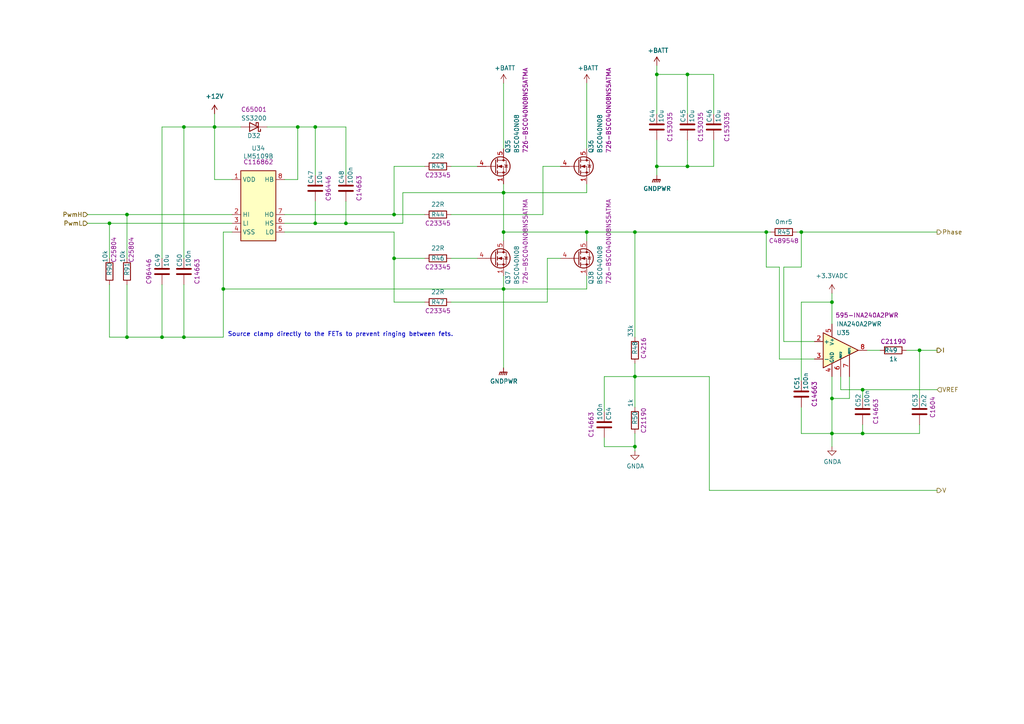
<source format=kicad_sch>
(kicad_sch (version 20211123) (generator eeschema)
  (paper "A4")
  (title_block (title "(BCC) Battery Case Controller") (date "2022-12-06") (rev "1") (company "UNIMOC universal motor controller"))
  (lib_symbols
    (symbol "Amplifier_Current:INA240A2PW" (pin_names (offset 0.127))
      (property "Reference" "U" (at 3.81 3.81 0))
      (property "Value" "INA240A2PW" (at 3.81 -2.54 0))
      (symbol "INA240A2PW_0_1"
        (polyline (pts (xy 5.08 0) (xy -5.08 5.08) (xy -5.08 -5.08) (xy 5.08 0)) (stroke (width 0.254)) (fill (type background)))
      )
      (symbol "INA240A2PW_1_1"
        (pin passive line (at -2.54 -7.62 90) (length 3.81) hide (name "GND") (number "1"))
        (pin input line (at -7.62 2.54 0) (length 2.54) (name "+") (number "2"))
        (pin input line (at -7.62 -2.54 0) (length 2.54) (name "-") (number "3"))
        (pin power_in line (at -2.54 -7.62 90) (length 3.81) (name "GND") (number "4"))
        (pin power_in line (at -2.54 7.62 270) (length 3.81) (name "V+") (number "5"))
        (pin passive line (at 0 -7.62 90) (length 5.08) (name "REF2") (number "6"))
        (pin passive line (at 2.54 -7.62 90) (length 6.35) (name "REF1") (number "7"))
        (pin output line (at 7.62 0 180) (length 2.54) (name "~") (number "8"))
      )
    )
    (symbol "Device:C" (pin_numbers hide) (pin_names (offset 0.254))
      (property "Reference" "C" (at 0.635 2.54 0))
      (property "Value" "C" (at 0.635 -2.54 0))
      (symbol "C_0_1"
        (polyline (pts (xy -2.032 -0.762) (xy 2.032 -0.762)) (stroke (width 0.508)))
        (polyline (pts (xy -2.032 0.762) (xy 2.032 0.762)) (stroke (width 0.508)))
      )
      (symbol "C_1_1"
        (pin passive line (at 0 3.81 270) (length 2.794) (name "~") (number "1"))
        (pin passive line (at 0 -3.81 90) (length 2.794) (name "~") (number "2"))
      )
    )
    (symbol "Device:D_Schottky" (pin_numbers hide) (pin_names (offset 1.016) hide)
      (property "Reference" "D" (at 0 2.54 0))
      (property "Value" "D_Schottky" (at 0 -2.54 0))
      (symbol "D_Schottky_0_1"
        (polyline (pts (xy 1.27 0) (xy -1.27 0)))
        (polyline (pts (xy 1.27 1.27) (xy 1.27 -1.27) (xy -1.27 0) (xy 1.27 1.27)) (stroke (width 0.254)))
        (polyline (pts (xy -1.905 0.635) (xy -1.905 1.27) (xy -1.27 1.27) (xy -1.27 -1.27) (xy -0.635 -1.27) (xy -0.635 -0.635)) (stroke (width 0.254)))
      )
      (symbol "D_Schottky_1_1"
        (pin passive line (at -3.81 0 0) (length 2.54) (name "K") (number "1"))
        (pin passive line (at 3.81 0 180) (length 2.54) (name "A") (number "2"))
      )
    )
    (symbol "Device:R" (pin_numbers hide) (pin_names (offset 0))
      (property "Reference" "R" (at 2.032 0 90))
      (property "Value" "R" (at 0 0 90))
      (symbol "R_0_1"
        (rectangle (start -1.016 -2.54) (end 1.016 2.54) (stroke (width 0.254)))
      )
      (symbol "R_1_1"
        (pin passive line (at 0 3.81 270) (length 1.27) (name "~") (number "1"))
        (pin passive line (at 0 -3.81 90) (length 1.27) (name "~") (number "2"))
      )
    )
    (symbol "Driver_FET:LM5109BMA"
      (property "Reference" "U" (at 0 13.97 0))
      (property "Value" "LM5109BMA" (at 0 11.43 0))
      (symbol "LM5109BMA_0_1"
        (rectangle (start -5.08 -10.16) (end 5.08 10.16) (stroke (width 0.254)) (fill (type background)))
      )
      (symbol "LM5109BMA_1_1"
        (pin power_in line (at -7.62 7.62 0) (length 2.54) (name "VDD") (number "1"))
        (pin input line (at -7.62 -2.54 0) (length 2.54) (name "HI") (number "2"))
        (pin input line (at -7.62 -5.08 0) (length 2.54) (name "LI") (number "3"))
        (pin power_in line (at -7.62 -7.62 0) (length 2.54) (name "VSS") (number "4"))
        (pin output line (at 7.62 -7.62 180) (length 2.54) (name "LO") (number "5"))
        (pin passive line (at 7.62 -5.08 180) (length 2.54) (name "HS") (number "6"))
        (pin output line (at 7.62 -2.54 180) (length 2.54) (name "HO") (number "7"))
        (pin passive line (at 7.62 7.62 180) (length 2.54) (name "HB") (number "8"))
      )
    )
    (symbol "Transistor_FET:BSC040N08NS5" (pin_names hide)
      (property "Reference" "Q" (at 5.08 1.905 0))
      (property "Value" "BSC040N08NS5" (at 5.08 0 0))
      (symbol "BSC040N08NS5_0_1"
        (polyline (pts (xy 0.254 0) (xy -2.54 0)))
        (polyline (pts (xy 0.254 1.905) (xy 0.254 -1.905)) (stroke (width 0.254)))
        (polyline (pts (xy 0.762 -1.27) (xy 0.762 -2.286)) (stroke (width 0.254)))
        (polyline (pts (xy 0.762 0.508) (xy 0.762 -0.508)) (stroke (width 0.254)))
        (polyline (pts (xy 0.762 2.286) (xy 0.762 1.27)) (stroke (width 0.254)))
        (polyline (pts (xy 2.54 2.54) (xy 2.54 1.778)))
        (polyline (pts (xy 2.54 -2.54) (xy 2.54 0) (xy 0.762 0)))
        (polyline (pts (xy 0.762 -1.778) (xy 3.302 -1.778) (xy 3.302 1.778) (xy 0.762 1.778)))
        (polyline (pts (xy 1.016 0) (xy 2.032 0.381) (xy 2.032 -0.381) (xy 1.016 0)) (fill (type outline)))
        (polyline (pts (xy 2.794 0.508) (xy 2.921 0.381) (xy 3.683 0.381) (xy 3.81 0.254)))
        (polyline (pts (xy 3.302 0.381) (xy 2.921 -0.254) (xy 3.683 -0.254) (xy 3.302 0.381)))
        (circle (center 1.651 0) (radius 2.794) (stroke (width 0.254)))
        (circle (center 2.54 -1.778) (radius 0.254) (fill (type outline)))
        (circle (center 2.54 1.778) (radius 0.254) (fill (type outline)))
      )
      (symbol "BSC040N08NS5_1_1"
        (pin passive line (at 2.54 -5.08 90) (length 2.54) (name "S") (number "1"))
        (pin passive line (at 2.54 -5.08 90) (length 2.54) hide (name "S") (number "2"))
        (pin passive line (at 2.54 -5.08 90) (length 2.54) hide (name "S") (number "3"))
        (pin passive line (at -5.08 0 0) (length 2.54) (name "G") (number "4"))
        (pin passive line (at 2.54 5.08 270) (length 2.54) (name "D") (number "5"))
      )
    )
    (symbol "power:+12V" (power) (pin_names (offset 0))
      (property "Value" "+12V" (at 0 3.556 0))
      (symbol "+12V_0_1"
        (polyline (pts (xy -0.762 1.27) (xy 0 2.54)))
        (polyline (pts (xy 0 0) (xy 0 2.54)))
        (polyline (pts (xy 0 2.54) (xy 0.762 1.27)))
      )
      (symbol "+12V_1_1"
        (pin power_in line (at 0 0 90) (length 0) hide (name "+12V") (number "1"))
      )
    )
    (symbol "power:+3.3VADC" (power) (pin_names (offset 0))
      (property "Value" "+3.3VADC" (at 0 2.54 0))
      (symbol "+3.3VADC_0_0"
        (pin power_in line (at 0 0 90) (length 0) hide (name "+3.3VADC") (number "1"))
      )
      (symbol "+3.3VADC_0_1"
        (polyline (pts (xy -0.762 1.27) (xy 0 2.54)))
        (polyline (pts (xy 0 0) (xy 0 2.54)))
        (polyline (pts (xy 0 2.54) (xy 0.762 1.27)))
      )
    )
    (symbol "power:+BATT" (power) (pin_names (offset 0))
      (property "Value" "+BATT" (at 0 3.556 0))
      (symbol "+BATT_0_1"
        (polyline (pts (xy -0.762 1.27) (xy 0 2.54)))
        (polyline (pts (xy 0 0) (xy 0 2.54)))
        (polyline (pts (xy 0 2.54) (xy 0.762 1.27)))
      )
      (symbol "+BATT_1_1"
        (pin power_in line (at 0 0 90) (length 0) hide (name "+BATT") (number "1"))
      )
    )
    (symbol "power:GNDA" (power) (pin_names (offset 0))
      (property "Value" "GNDA" (at 0 -3.81 0))
      (symbol "GNDA_0_1"
        (polyline (pts (xy 0 0) (xy 0 -1.27) (xy 1.27 -1.27) (xy 0 -2.54) (xy -1.27 -1.27) (xy 0 -1.27)))
      )
      (symbol "GNDA_1_1"
        (pin power_in line (at 0 0 270) (length 0) hide (name "GNDA") (number "1"))
      )
    )
    (symbol "power:GNDPWR" (power) (pin_names (offset 0))
      (property "Value" "GNDPWR" (at 0 -3.302 0))
      (symbol "GNDPWR_0_1"
        (polyline (pts (xy 0 -1.27) (xy 0 0)))
        (polyline (pts (xy -1.016 -1.27) (xy -1.27 -2.032) (xy -1.27 -2.032)) (stroke (width 0.2032)))
        (polyline (pts (xy -0.508 -1.27) (xy -0.762 -2.032) (xy -0.762 -2.032)) (stroke (width 0.2032)))
        (polyline (pts (xy 0 -1.27) (xy -0.254 -2.032) (xy -0.254 -2.032)) (stroke (width 0.2032)))
        (polyline (pts (xy 0.508 -1.27) (xy 0.254 -2.032) (xy 0.254 -2.032)) (stroke (width 0.2032)))
        (polyline (pts (xy 1.016 -1.27) (xy -1.016 -1.27) (xy -1.016 -1.27)) (stroke (width 0.2032)))
        (polyline (pts (xy 1.016 -1.27) (xy 0.762 -2.032) (xy 0.762 -2.032) (xy 0.762 -2.032)) (stroke (width 0.2032)))
      )
      (symbol "GNDPWR_1_1"
        (pin power_in line (at 0 0 270) (length 0) hide (name "GNDPWR") (number "1"))
      )
    )
  )
  (junction (at 62.23 36.83))
  (junction (at 53.34 36.83))
  (junction (at 241.3 115.57))
  (junction (at 241.3 87.63))
  (junction (at 241.3 125.73))
  (junction (at 170.18 67.31))
  (junction (at 114.3 74.93))
  (junction (at 250.19 113.03))
  (junction (at 86.36 36.83))
  (junction (at 190.5 21.59))
  (junction (at 184.15 67.31))
  (junction (at 91.44 64.77))
  (junction (at 53.34 97.79))
  (junction (at 190.5 48.26))
  (junction (at 184.15 109.22))
  (junction (at 64.77 83.82))
  (junction (at 266.7 101.6))
  (junction (at 250.19 125.73))
  (junction (at 199.39 21.59))
  (junction (at 146.05 67.31))
  (junction (at 146.05 83.82))
  (junction (at 91.44 36.83))
  (junction (at 31.75 64.77))
  (junction (at 146.05 55.88))
  (junction (at 36.83 62.23))
  (junction (at 184.15 129.54))
  (junction (at 114.3 62.23))
  (junction (at 36.83 97.79))
  (junction (at 46.99 97.79))
  (junction (at 222.25 67.31))
  (junction (at 199.39 48.26))
  (junction (at 232.41 67.31))
  (junction (at 100.33 64.77))
  (wire (pts (xy 36.83 97.79) (xy 46.99 97.79)))
  (wire (pts (xy 67.31 52.07) (xy 62.23 52.07)))
  (wire (pts (xy 146.05 67.31) (xy 170.18 67.31)))
  (wire (pts (xy 91.44 36.83) (xy 100.33 36.83)))
  (wire (pts (xy 205.74 142.24) (xy 271.78 142.24)))
  (wire (pts (xy 158.75 87.63) (xy 130.81 87.63)))
  (wire (pts (xy 184.15 109.22) (xy 205.74 109.22)))
  (wire (pts (xy 77.47 36.83) (xy 86.36 36.83)))
  (wire (pts (xy 31.75 64.77) (xy 31.75 74.93)))
  (wire (pts (xy 64.77 97.79) (xy 53.34 97.79)))
  (wire (pts (xy 184.15 105.41) (xy 184.15 109.22)))
  (wire (pts (xy 46.99 74.93) (xy 46.99 36.83)))
  (wire (pts (xy 86.36 36.83) (xy 91.44 36.83)))
  (wire (pts (xy 114.3 48.26) (xy 114.3 62.23)))
  (wire (pts (xy 116.84 55.88) (xy 146.05 55.88)))
  (wire (pts (xy 123.19 74.93) (xy 114.3 74.93)))
  (wire (pts (xy 227.33 99.06) (xy 236.22 99.06)))
  (wire (pts (xy 170.18 80.01) (xy 170.18 83.82)))
  (wire (pts (xy 190.5 48.26) (xy 190.5 50.8)))
  (wire (pts (xy 162.56 74.93) (xy 158.75 74.93)))
  (wire (pts (xy 227.33 77.47) (xy 232.41 77.47)))
  (wire (pts (xy 266.7 125.73) (xy 266.7 123.19)))
  (wire (pts (xy 250.19 113.03) (xy 271.78 113.03)))
  (wire (pts (xy 146.05 53.34) (xy 146.05 55.88)))
  (wire (pts (xy 241.3 85.09) (xy 241.3 87.63)))
  (wire (pts (xy 36.83 82.55) (xy 36.83 97.79)))
  (wire (pts (xy 91.44 64.77) (xy 91.44 58.42)))
  (wire (pts (xy 46.99 97.79) (xy 46.99 82.55)))
  (wire (pts (xy 175.26 129.54) (xy 175.26 127)))
  (wire (pts (xy 82.55 62.23) (xy 114.3 62.23)))
  (wire (pts (xy 123.19 87.63) (xy 114.3 87.63)))
  (wire (pts (xy 243.84 113.03) (xy 243.84 109.22)))
  (wire (pts (xy 25.4 64.77) (xy 31.75 64.77)))
  (wire (pts (xy 31.75 97.79) (xy 36.83 97.79)))
  (wire (pts (xy 82.55 52.07) (xy 86.36 52.07)))
  (wire (pts (xy 199.39 21.59) (xy 199.39 33.02)))
  (wire (pts (xy 31.75 82.55) (xy 31.75 97.79)))
  (wire (pts (xy 262.89 101.6) (xy 266.7 101.6)))
  (wire (pts (xy 190.5 21.59) (xy 190.5 33.02)))
  (wire (pts (xy 130.81 62.23) (xy 157.48 62.23)))
  (wire (pts (xy 199.39 21.59) (xy 207.01 21.59)))
  (wire (pts (xy 190.5 21.59) (xy 199.39 21.59)))
  (wire (pts (xy 170.18 67.31) (xy 184.15 67.31)))
  (wire (pts (xy 231.14 67.31) (xy 232.41 67.31)))
  (wire (pts (xy 251.46 101.6) (xy 255.27 101.6)))
  (wire (pts (xy 190.5 19.05) (xy 190.5 21.59)))
  (wire (pts (xy 36.83 62.23) (xy 67.31 62.23)))
  (wire (pts (xy 114.3 87.63) (xy 114.3 74.93)))
  (wire (pts (xy 53.34 36.83) (xy 62.23 36.83)))
  (wire (pts (xy 250.19 125.73) (xy 250.19 123.19)))
  (wire (pts (xy 123.19 48.26) (xy 114.3 48.26)))
  (wire (pts (xy 25.4 62.23) (xy 36.83 62.23)))
  (wire (pts (xy 157.48 48.26) (xy 162.56 48.26)))
  (wire (pts (xy 64.77 83.82) (xy 64.77 97.79)))
  (wire (pts (xy 146.05 24.13) (xy 146.05 43.18)))
  (wire (pts (xy 67.31 67.31) (xy 64.77 67.31)))
  (wire (pts (xy 157.48 62.23) (xy 157.48 48.26)))
  (wire (pts (xy 232.41 67.31) (xy 271.78 67.31)))
  (wire (pts (xy 241.3 125.73) (xy 250.19 125.73)))
  (wire (pts (xy 232.41 67.31) (xy 232.41 77.47)))
  (wire (pts (xy 241.3 125.73) (xy 241.3 129.54)))
  (wire (pts (xy 100.33 58.42) (xy 100.33 64.77)))
  (wire (pts (xy 146.05 55.88) (xy 146.05 67.31)))
  (wire (pts (xy 53.34 97.79) (xy 46.99 97.79)))
  (wire (pts (xy 146.05 83.82) (xy 146.05 106.68)))
  (wire (pts (xy 184.15 125.73) (xy 184.15 129.54)))
  (wire (pts (xy 170.18 67.31) (xy 170.18 69.85)))
  (wire (pts (xy 64.77 67.31) (xy 64.77 83.82)))
  (wire (pts (xy 184.15 129.54) (xy 175.26 129.54)))
  (wire (pts (xy 86.36 52.07) (xy 86.36 36.83)))
  (wire (pts (xy 170.18 24.13) (xy 170.18 43.18)))
  (wire (pts (xy 207.01 21.59) (xy 207.01 33.02)))
  (wire (pts (xy 250.19 125.73) (xy 266.7 125.73)))
  (wire (pts (xy 226.06 104.14) (xy 226.06 77.47)))
  (wire (pts (xy 207.01 40.64) (xy 207.01 48.26)))
  (wire (pts (xy 266.7 101.6) (xy 266.7 115.57)))
  (wire (pts (xy 199.39 48.26) (xy 207.01 48.26)))
  (wire (pts (xy 190.5 48.26) (xy 199.39 48.26)))
  (wire (pts (xy 114.3 62.23) (xy 123.19 62.23)))
  (wire (pts (xy 53.34 74.93) (xy 53.34 36.83)))
  (wire (pts (xy 190.5 40.64) (xy 190.5 48.26)))
  (wire (pts (xy 250.19 113.03) (xy 250.19 115.57)))
  (wire (pts (xy 100.33 64.77) (xy 116.84 64.77)))
  (wire (pts (xy 246.38 109.22) (xy 246.38 115.57)))
  (wire (pts (xy 170.18 83.82) (xy 146.05 83.82)))
  (wire (pts (xy 53.34 97.79) (xy 53.34 82.55)))
  (wire (pts (xy 69.85 36.83) (xy 62.23 36.83)))
  (wire (pts (xy 184.15 67.31) (xy 184.15 97.79)))
  (wire (pts (xy 62.23 36.83) (xy 62.23 52.07)))
  (wire (pts (xy 232.41 118.11) (xy 232.41 125.73)))
  (wire (pts (xy 91.44 36.83) (xy 91.44 50.8)))
  (wire (pts (xy 222.25 67.31) (xy 222.25 77.47)))
  (wire (pts (xy 222.25 77.47) (xy 226.06 77.47)))
  (wire (pts (xy 116.84 55.88) (xy 116.84 64.77)))
  (wire (pts (xy 130.81 74.93) (xy 138.43 74.93)))
  (wire (pts (xy 62.23 33.02) (xy 62.23 36.83)))
  (wire (pts (xy 31.75 64.77) (xy 67.31 64.77)))
  (wire (pts (xy 184.15 67.31) (xy 222.25 67.31)))
  (wire (pts (xy 64.77 83.82) (xy 146.05 83.82)))
  (wire (pts (xy 246.38 115.57) (xy 241.3 115.57)))
  (wire (pts (xy 222.25 67.31) (xy 223.52 67.31)))
  (wire (pts (xy 46.99 36.83) (xy 53.34 36.83)))
  (wire (pts (xy 114.3 67.31) (xy 114.3 74.93)))
  (wire (pts (xy 232.41 125.73) (xy 241.3 125.73)))
  (wire (pts (xy 199.39 48.26) (xy 199.39 40.64)))
  (wire (pts (xy 241.3 93.98) (xy 241.3 87.63)))
  (wire (pts (xy 184.15 130.81) (xy 184.15 129.54)))
  (wire (pts (xy 175.26 109.22) (xy 184.15 109.22)))
  (wire (pts (xy 146.05 80.01) (xy 146.05 83.82)))
  (wire (pts (xy 241.3 109.22) (xy 241.3 115.57)))
  (wire (pts (xy 205.74 109.22) (xy 205.74 142.24)))
  (wire (pts (xy 241.3 115.57) (xy 241.3 125.73)))
  (wire (pts (xy 243.84 113.03) (xy 250.19 113.03)))
  (wire (pts (xy 82.55 64.77) (xy 91.44 64.77)))
  (wire (pts (xy 232.41 87.63) (xy 232.41 110.49)))
  (wire (pts (xy 158.75 74.93) (xy 158.75 87.63)))
  (wire (pts (xy 91.44 64.77) (xy 100.33 64.77)))
  (wire (pts (xy 146.05 55.88) (xy 170.18 55.88)))
  (wire (pts (xy 175.26 119.38) (xy 175.26 109.22)))
  (wire (pts (xy 241.3 87.63) (xy 232.41 87.63)))
  (wire (pts (xy 100.33 36.83) (xy 100.33 50.8)))
  (wire (pts (xy 130.81 48.26) (xy 138.43 48.26)))
  (wire (pts (xy 170.18 55.88) (xy 170.18 53.34)))
  (wire (pts (xy 36.83 62.23) (xy 36.83 74.93)))
  (wire (pts (xy 236.22 104.14) (xy 226.06 104.14)))
  (wire (pts (xy 82.55 67.31) (xy 114.3 67.31)))
  (wire (pts (xy 146.05 67.31) (xy 146.05 69.85)))
  (wire (pts (xy 184.15 109.22) (xy 184.15 118.11)))
  (wire (pts (xy 266.7 101.6) (xy 271.78 101.6)))
  (wire (pts (xy 227.33 77.47) (xy 227.33 99.06)))
  (text "Source clamp directly to the FETs to prevent ringing between fets." (at 66.04 97.79 0) (effects (font (size 1.27 1.27)) (justify left bottom)))
  (text "Source clamp directly to the FETs to prevent ringing between fets." (at 66.04 97.79 0) (effects (font (size 1.27 1.27)) (justify left bottom)))
  (hierarchical_label "VREF" (shape input) (at 271.78 113.03 0))
  (hierarchical_label "PwmL" (shape input) (at 25.4 64.77 180))
  (hierarchical_label "PwmL" (shape input) (at 25.4 64.77 180))
  (hierarchical_label "I" (shape output) (at 271.78 101.6 0))
  (hierarchical_label "I" (shape output) (at 271.78 101.6 0))
  (hierarchical_label "Phase" (shape output) (at 271.78 67.31 0))
  (hierarchical_label "PwmH" (shape input) (at 25.4 62.23 180))
  (hierarchical_label "PwmH" (shape input) (at 25.4 62.23 180))
  (hierarchical_label "V" (shape output) (at 271.78 142.24 0))
  (symbol (lib_id "Device:C") (at 190.5 36.83 0) (unit 1)
    (property "Reference" "C44" (at 189.23 35.56 90) (effects (justify left)))
    (property "Value" "10u" (at 191.77 35.56 90) (effects (justify left)))
    (property "Footprint" "Capacitor_SMD:C_2220_5650Metric" (effects hide))
    (property "LCSC#" "C153035" (at 194.31 36.83 90))
  )
  (symbol (lib_id "power:GNDPWR") (at 190.5 50.8 0) (unit 1)
    (property "Reference" "#U050" (effects hide))
    (property "Value" "GNDPWR" (at 190.6016 54.7116 0))
  )
  (symbol (lib_id "power:GNDPWR") (at 190.5 50.8 0) (unit 1)
    (property "Reference" "#U051" (effects hide))
    (property "Value" "GNDPWR" (at 190.6016 54.7116 0))
  )
  (symbol (lib_id "power:+BATT") (at 190.5 19.05 0) (unit 1)
    (property "Reference" "#U046" (effects hide))
    (property "Value" "+BATT" (at 190.881 14.6558 0))
  )
  (symbol (lib_id "power:+BATT") (at 190.5 19.05 0) (unit 1)
    (property "Reference" "#U047" (effects hide))
    (property "Value" "+BATT" (at 190.881 14.6558 0))
  )
  (symbol (lib_id "Transistor_FET:BSC040N08NS5") (at 143.51 48.26 0) (unit 1)
    (property "Reference" "Q35" (at 147.32 44.45 90) (effects (justify left)))
    (property "Value" "BSC040N08" (at 149.86 44.45 90) (effects (justify left)))
    (property "Footprint" "Package_TO_SOT_SMD:TDSON-8-1" (effects hide))
    (property "Datasheet" "http://www.infineon.com/dgdl/Infineon-BSC040N08NS5-DS-v02_00-EN.pdf?fileId=5546d4624ad04ef9014ae3065a7e2a05" (effects hide))
    (property "Part#" "726-BSC040N08NS5ATMA" (at 152.4 44.45 90) (effects (justify left)))
  )
  (symbol (lib_id "Transistor_FET:BSC040N08NS5") (at 143.51 74.93 0) (unit 1)
    (property "Reference" "Q37" (at 147.32 82.55 90) (effects (justify left)))
    (property "Value" "BSC040N08" (at 149.86 82.55 90) (effects (justify left)))
    (property "Footprint" "Package_TO_SOT_SMD:TDSON-8-1" (effects hide))
    (property "Datasheet" "http://www.infineon.com/dgdl/Infineon-BSC040N08NS5-DS-v02_00-EN.pdf?fileId=5546d4624ad04ef9014ae3065a7e2a05" (effects hide))
    (property "Part#" "726-BSC040N08NS5ATMA" (at 152.4 82.55 90) (effects (justify left)))
  )
  (symbol (lib_id "Device:R") (at 127 48.26 270) (unit 1)
    (property "Reference" "R43" (at 127 48.26 90))
    (property "Value" "22R" (at 127 45.3136 90))
    (property "Footprint" "Resistor_SMD:R_0603_1608Metric" (effects hide))
    (property "LCSC#" "C23345" (at 127 50.8 90))
  )
  (symbol (lib_id "Device:R") (at 127 74.93 270) (unit 1)
    (property "Reference" "R46" (at 127 74.93 90))
    (property "Value" "22R" (at 127 71.9836 90))
    (property "Footprint" "Resistor_SMD:R_0603_1608Metric" (effects hide))
    (property "LCSC#" "C23345" (at 127 77.47 90))
  )
  (symbol (lib_id "Device:C") (at 91.44 54.61 0) (unit 1)
    (property "Reference" "C47" (at 90.17 53.34 90) (effects (justify left)))
    (property "Value" "10u" (at 92.71 53.34 90) (effects (justify left)))
    (property "Footprint" "Capacitor_SMD:C_0603_1608Metric" (effects hide))
    (property "LCSC#" "C96446" (at 95.25 54.61 90))
  )
  (symbol (lib_id "Device:C") (at 53.34 78.74 0) (unit 1)
    (property "Reference" "C50" (at 52.07 77.47 90) (effects (justify left)))
    (property "Value" "100n" (at 54.61 77.47 90) (effects (justify left)))
    (property "Footprint" "Capacitor_SMD:C_0603_1608Metric" (effects hide))
    (property "LCSC#" "C14663" (at 57.15 78.74 90))
  )
  (symbol (lib_id "Device:C") (at 46.99 78.74 0) (unit 1)
    (property "Reference" "C49" (at 45.72 77.47 90) (effects (justify left)))
    (property "Value" "10u" (at 48.26 77.47 90) (effects (justify left)))
    (property "Footprint" "Capacitor_SMD:C_0603_1608Metric" (effects hide))
    (property "LCSC#" "C96446" (at 43.18 78.74 90))
  )
  (symbol (lib_id "Device:C") (at 232.41 114.3 0) (unit 1)
    (property "Reference" "C51" (at 231.14 113.03 90) (effects (justify left)))
    (property "Value" "100n" (at 233.68 113.03 90) (effects (justify left)))
    (property "Footprint" "Capacitor_SMD:C_0603_1608Metric" (effects hide))
    (property "LCSC#" "C14663" (at 236.22 114.3 90))
  )
  (symbol (lib_id "Amplifier_Current:INA240A2PW") (at 243.84 101.6 0) (unit 1)
    (property "Reference" "U35" (at 242.57 96.52 0) (effects (justify left)))
    (property "Value" "INA240A2PWR" (at 242.57 93.98 0) (effects (justify left)))
    (property "Footprint" "Package_SO:TSSOP-8_4.4x3mm_P0.65mm" (effects hide))
    (property "Datasheet" "http://www.ti.com/lit/ds/symlink/ina240.pdf" (effects hide))
    (property "Part#" "595-INA240A2PWR" (at 251.46 91.44 0))
  )
  (symbol (lib_id "Driver_FET:LM5109BMA") (at 74.93 59.69 0) (unit 1)
    (property "Reference" "U34" (at 74.93 43.0022 0))
    (property "Value" "LM5109B" (at 74.93 45.3136 0))
    (property "Footprint" "Package_SO:SOIC-8_3.9x4.9mm_P1.27mm" (effects hide))
    (property "Datasheet" "http://www.ti.com/lit/ds/symlink/lm5109b.pdf" (effects hide))
    (property "LCSC#" "C116862" (at 74.93 46.99 0))
  )
  (symbol (lib_id "Device:R") (at 227.33 67.31 270) (unit 1)
    (property "Reference" "R45" (at 227.33 67.31 90))
    (property "Value" "0mr5" (at 227.33 64.3636 90))
    (property "Footprint" "Resistor_SMD:R_2512_6332Metric" (effects hide))
    (property "LCSC#" "C489548" (at 227.33 69.85 90))
  )
  (symbol (lib_id "Device:D_Schottky") (at 73.66 36.83 180) (unit 1)
    (property "Reference" "D32" (at 73.66 39.37 0))
    (property "Value" "SS3200" (at 73.66 34.29 0))
    (property "Footprint" "Diode_SMD:D_SMA" (effects hide))
    (property "LCSC#" "C65001" (at 73.66 31.75 0))
  )
  (symbol (lib_id "power:GNDPWR") (at 146.05 106.68 0) (unit 1)
    (property "Reference" "#U052" (effects hide))
    (property "Value" "GNDPWR" (at 146.1516 110.5916 0))
  )
  (symbol (lib_id "power:GNDPWR") (at 146.05 106.68 0) (unit 1)
    (property "Reference" "#U053" (effects hide))
    (property "Value" "GNDPWR" (at 146.1516 110.5916 0))
  )
  (symbol (lib_id "Transistor_FET:BSC040N08NS5") (at 167.64 74.93 0) (unit 1)
    (property "Reference" "Q38" (at 171.45 82.55 90) (effects (justify left)))
    (property "Value" "BSC040N08" (at 173.99 82.55 90) (effects (justify left)))
    (property "Footprint" "Package_TO_SOT_SMD:TDSON-8-1" (effects hide))
    (property "Datasheet" "http://www.infineon.com/dgdl/Infineon-BSC040N08NS5-DS-v02_00-EN.pdf?fileId=5546d4624ad04ef9014ae3065a7e2a05" (effects hide))
    (property "Part#" "726-BSC040N08NS5ATMA" (at 176.53 82.55 90) (effects (justify left)))
  )
  (symbol (lib_id "Device:R") (at 36.83 78.74 0) (unit 1)
    (property "Reference" "R91" (at 36.83 80.01 90) (effects (justify left)))
    (property "Value" "10k" (at 35.56 76.2 90) (effects (justify left)))
    (property "Footprint" "Resistor_SMD:R_0603_1608Metric" (effects hide))
    (property "LCSC#" "C25804" (at 38.1 76.2 90) (effects (justify left)))
  )
  (symbol (lib_id "power:GNDA") (at 184.15 130.81 0) (unit 1)
    (property "Reference" "#U055" (effects hide))
    (property "Value" "GNDA" (at 184.277 135.2042 0))
  )
  (symbol (lib_id "Device:C") (at 250.19 119.38 0) (unit 1)
    (property "Reference" "C52" (at 248.92 118.11 90) (effects (justify left)))
    (property "Value" "100n" (at 251.46 118.11 90) (effects (justify left)))
    (property "Footprint" "Capacitor_SMD:C_0603_1608Metric" (effects hide))
    (property "LCSC#" "C14663" (at 254 119.38 90))
  )
  (symbol (lib_id "Device:R") (at 184.15 101.6 0) (unit 1)
    (property "Reference" "R48" (at 184.15 102.87 90) (effects (justify left)))
    (property "Value" "33k" (at 182.88 97.79 90) (effects (justify left)))
    (property "Footprint" "Resistor_SMD:R_0603_1608Metric" (effects hide))
    (property "LCSC#" "C4216" (at 186.69 104.14 90) (effects (justify left)))
  )
  (symbol (lib_id "Device:R") (at 127 87.63 270) (unit 1)
    (property "Reference" "R47" (at 127 87.63 90))
    (property "Value" "22R" (at 127 84.6836 90))
    (property "Footprint" "Resistor_SMD:R_0603_1608Metric" (effects hide))
    (property "LCSC#" "C23345" (at 127 90.17 90))
  )
  (symbol (lib_id "power:+12V") (at 62.23 33.02 0) (unit 1)
    (property "Reference" "#PWR045" (effects hide))
    (property "Value" "+12V" (at 62.23 27.94 0))
  )
  (symbol (lib_id "power:+12V") (at 62.23 33.02 0) (unit 1)
    (property "Reference" "#PWR046" (effects hide))
    (property "Value" "+12V" (at 62.23 27.94 0))
  )
  (symbol (lib_id "Device:C") (at 266.7 119.38 0) (unit 1)
    (property "Reference" "C53" (at 265.43 118.11 90) (effects (justify left)))
    (property "Value" "2n2" (at 267.97 118.11 90) (effects (justify left)))
    (property "Footprint" "Capacitor_SMD:C_0603_1608Metric" (effects hide))
    (property "LCSC#" "C1604" (at 270.51 118.11 90))
  )
  (symbol (lib_id "Transistor_FET:BSC040N08NS5") (at 167.64 48.26 0) (unit 1)
    (property "Reference" "Q36" (at 171.45 44.45 90) (effects (justify left)))
    (property "Value" "BSC040N08" (at 173.99 44.45 90) (effects (justify left)))
    (property "Footprint" "Package_TO_SOT_SMD:TDSON-8-1" (effects hide))
    (property "Datasheet" "http://www.infineon.com/dgdl/Infineon-BSC040N08NS5-DS-v02_00-EN.pdf?fileId=5546d4624ad04ef9014ae3065a7e2a05" (effects hide))
    (property "Part#" "726-BSC040N08NS5ATMA" (at 176.53 44.45 90) (effects (justify left)))
  )
  (symbol (lib_id "Device:R") (at 31.75 78.74 0) (unit 1)
    (property "Reference" "R90" (at 31.75 80.01 90) (effects (justify left)))
    (property "Value" "10k" (at 30.48 76.2 90) (effects (justify left)))
    (property "Footprint" "Resistor_SMD:R_0603_1608Metric" (effects hide))
    (property "LCSC#" "C25804" (at 33.02 76.2 90) (effects (justify left)))
  )
  (symbol (lib_id "power:+BATT") (at 146.05 24.13 0) (unit 1)
    (property "Reference" "#U048" (effects hide))
    (property "Value" "+BATT" (at 146.431 19.7358 0))
  )
  (symbol (lib_id "power:GNDA") (at 241.3 129.54 0) (unit 1)
    (property "Reference" "#U054" (effects hide))
    (property "Value" "GNDA" (at 241.427 133.9342 0))
  )
  (symbol (lib_id "Device:R") (at 127 62.23 270) (unit 1)
    (property "Reference" "R44" (at 127 62.23 90))
    (property "Value" "22R" (at 127 59.2836 90))
    (property "Footprint" "Resistor_SMD:R_0603_1608Metric" (effects hide))
    (property "LCSC#" "C23345" (at 127 64.77 90))
  )
  (symbol (lib_id "Device:R") (at 184.15 121.92 0) (unit 1)
    (property "Reference" "R50" (at 184.15 123.19 90) (effects (justify left)))
    (property "Value" "1k" (at 182.88 118.11 90) (effects (justify left)))
    (property "Footprint" "Resistor_SMD:R_0603_1608Metric" (effects hide))
    (property "LCSC#" "C21190" (at 186.69 125.73 90) (effects (justify left)))
  )
  (symbol (lib_id "Device:C") (at 207.01 36.83 0) (unit 1)
    (property "Reference" "C46" (at 205.74 35.56 90) (effects (justify left)))
    (property "Value" "10u" (at 208.28 35.56 90) (effects (justify left)))
    (property "Footprint" "Capacitor_SMD:C_2220_5650Metric" (effects hide))
    (property "LCSC#" "C153035" (at 210.82 36.83 90))
  )
  (symbol (lib_id "power:+3.3VADC") (at 241.3 85.09 0) (unit 1)
    (property "Reference" "#PWR047" (effects hide))
    (property "Value" "+3.3VADC" (at 241.3 80.01 0))
  )
  (symbol (lib_id "Device:R") (at 259.08 101.6 90) (unit 1)
    (property "Reference" "R49" (at 260.35 101.6 90) (effects (justify left)))
    (property "Value" "1k" (at 260.35 104.14 90) (effects (justify left)))
    (property "Footprint" "Resistor_SMD:R_0603_1608Metric" (effects hide))
    (property "LCSC#" "C21190" (at 262.89 99.06 90) (effects (justify left)))
  )
  (symbol (lib_id "Device:C") (at 175.26 123.19 0) (mirror y) (unit 1)
    (property "Reference" "C54" (at 176.53 121.92 90) (effects (justify left)))
    (property "Value" "100n" (at 173.99 121.92 90) (effects (justify left)))
    (property "Footprint" "Capacitor_SMD:C_0603_1608Metric" (effects hide))
    (property "LCSC#" "C14663" (at 171.45 123.19 90))
  )
  (symbol (lib_id "Device:C") (at 199.39 36.83 0) (unit 1)
    (property "Reference" "C45" (at 198.12 35.56 90) (effects (justify left)))
    (property "Value" "10u" (at 200.66 35.56 90) (effects (justify left)))
    (property "Footprint" "Capacitor_SMD:C_2220_5650Metric" (effects hide))
    (property "LCSC#" "C153035" (at 203.2 36.83 90))
  )
  (symbol (lib_id "power:+BATT") (at 170.18 24.13 0) (unit 1)
    (property "Reference" "#U049" (effects hide))
    (property "Value" "+BATT" (at 170.561 19.7358 0))
  )
  (symbol (lib_id "Device:C") (at 100.33 54.61 0) (unit 1)
    (property "Reference" "C48" (at 99.06 53.34 90) (effects (justify left)))
    (property "Value" "100n" (at 101.6 53.34 90) (effects (justify left)))
    (property "Footprint" "Capacitor_SMD:C_0603_1608Metric" (effects hide))
    (property "LCSC#" "C14663" (at 104.14 54.61 90))
  )
)
</source>
